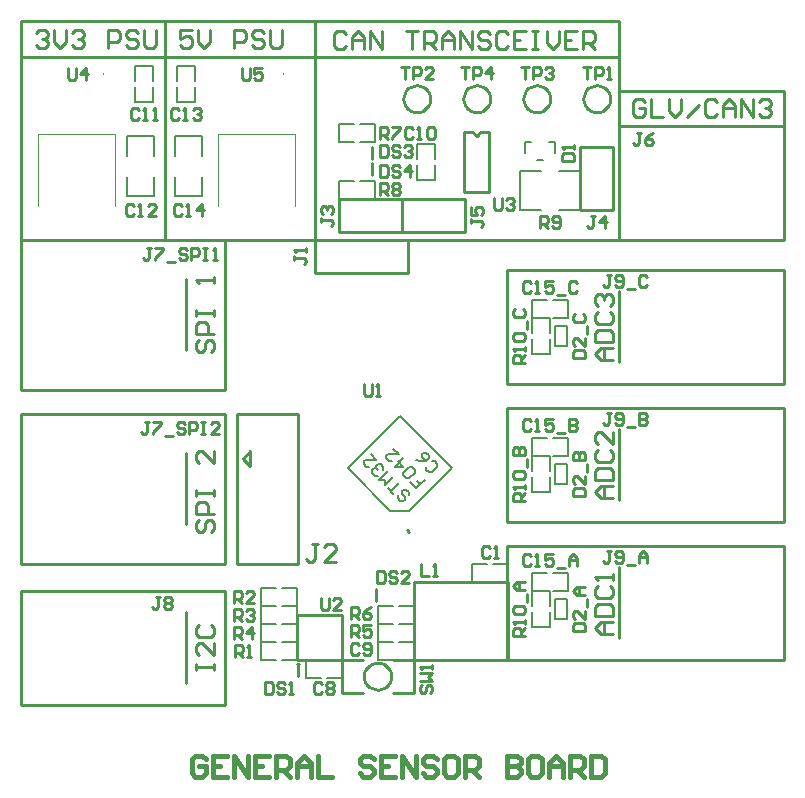
<source format=gto>
G04*
G04 #@! TF.GenerationSoftware,Altium Limited,Altium Designer,20.1.14 (287)*
G04*
G04 Layer_Color=65535*
%FSLAX25Y25*%
%MOIN*%
G70*
G04*
G04 #@! TF.SameCoordinates,9EA74FF0-E2A0-47AC-9F38-8029312ED962*
G04*
G04*
G04 #@! TF.FilePolarity,Positive*
G04*
G01*
G75*
%ADD10C,0.00394*%
%ADD11C,0.01000*%
%ADD12C,0.00800*%
%ADD13C,0.00787*%
%ADD14C,0.00500*%
%ADD15C,0.01500*%
D10*
X380090Y380153D02*
Y380421D01*
Y380153D01*
X440083D02*
Y380421D01*
Y380153D01*
X383799Y336264D02*
Y360279D01*
X358209D02*
X383799D01*
X358209Y336264D02*
Y360279D01*
X443791Y336264D02*
Y360279D01*
X418201D02*
X443791D01*
X418201Y336264D02*
Y360279D01*
D11*
X503252Y360993D02*
X503618Y360109D01*
X504502Y359743D01*
X505386Y360109D01*
X505752Y360993D01*
X489000Y372000D02*
X488887Y373001D01*
X488554Y373953D01*
X488018Y374806D01*
X487306Y375518D01*
X486452Y376054D01*
X485501Y376387D01*
X484500Y376500D01*
X483499Y376387D01*
X482548Y376054D01*
X481694Y375518D01*
X480982Y374806D01*
X480446Y373953D01*
X480113Y373001D01*
X480000Y372000D01*
X480113Y370999D01*
X480446Y370047D01*
X480982Y369194D01*
X481694Y368482D01*
X482548Y367946D01*
X483499Y367613D01*
X484500Y367500D01*
X485501Y367613D01*
X486452Y367946D01*
X487306Y368482D01*
X488018Y369194D01*
X488554Y370047D01*
X488887Y370999D01*
X489000Y372000D01*
X529000D02*
X528887Y373001D01*
X528554Y373953D01*
X528018Y374806D01*
X527306Y375518D01*
X526452Y376054D01*
X525501Y376387D01*
X524500Y376500D01*
X523499Y376387D01*
X522547Y376054D01*
X521694Y375518D01*
X520982Y374806D01*
X520446Y373953D01*
X520113Y373001D01*
X520000Y372000D01*
X520113Y370999D01*
X520446Y370047D01*
X520982Y369194D01*
X521694Y368482D01*
X522547Y367946D01*
X523499Y367613D01*
X524500Y367500D01*
X525501Y367613D01*
X526452Y367946D01*
X527306Y368482D01*
X528018Y369194D01*
X528554Y370047D01*
X528887Y370999D01*
X529000Y372000D01*
X549000D02*
X548887Y373001D01*
X548554Y373953D01*
X548018Y374806D01*
X547306Y375518D01*
X546453Y376054D01*
X545501Y376387D01*
X544500Y376500D01*
X543499Y376387D01*
X542548Y376054D01*
X541694Y375518D01*
X540982Y374806D01*
X540446Y373953D01*
X540113Y373001D01*
X540000Y372000D01*
X540113Y370999D01*
X540446Y370047D01*
X540982Y369194D01*
X541694Y368482D01*
X542548Y367946D01*
X543499Y367613D01*
X544500Y367500D01*
X545501Y367613D01*
X546453Y367946D01*
X547306Y368482D01*
X548018Y369194D01*
X548554Y370047D01*
X548887Y370999D01*
X549000Y372000D01*
X509000D02*
X508887Y373001D01*
X508554Y373953D01*
X508018Y374806D01*
X507306Y375518D01*
X506453Y376054D01*
X505501Y376387D01*
X504500Y376500D01*
X503499Y376387D01*
X502548Y376054D01*
X501694Y375518D01*
X500982Y374806D01*
X500446Y373953D01*
X500113Y373001D01*
X500000Y372000D01*
X500113Y370999D01*
X500446Y370047D01*
X500982Y369194D01*
X501694Y368482D01*
X502548Y367946D01*
X503499Y367613D01*
X504500Y367500D01*
X505501Y367613D01*
X506453Y367946D01*
X507306Y368482D01*
X508018Y369194D01*
X508554Y370047D01*
X508887Y370999D01*
X509000Y372000D01*
X476028Y179500D02*
X475914Y180508D01*
X475579Y181465D01*
X475040Y182323D01*
X474323Y183040D01*
X473464Y183579D01*
X472507Y183914D01*
X471500Y184028D01*
X470493Y183914D01*
X469535Y183579D01*
X468677Y183040D01*
X467960Y182323D01*
X467421Y181465D01*
X467086Y180508D01*
X466972Y179500D01*
X467086Y178492D01*
X467421Y177535D01*
X467960Y176677D01*
X468677Y175960D01*
X469535Y175421D01*
X470493Y175086D01*
X471500Y174972D01*
X472507Y175086D01*
X473464Y175421D01*
X474323Y175960D01*
X475040Y176677D01*
X475579Y177535D01*
X475914Y178492D01*
X476028Y179500D01*
X352500Y275000D02*
X391500D01*
X352500Y325000D02*
X391500D01*
X407500Y288189D02*
Y311811D01*
X352500Y275000D02*
Y325000D01*
X424500Y267000D02*
X445000D01*
X424500Y217000D02*
Y267000D01*
Y217000D02*
X445000D01*
Y267000D01*
X426500Y252000D02*
X429000Y249500D01*
X426500Y252000D02*
X429000Y254500D01*
Y249500D02*
Y254500D01*
X444500Y185000D02*
X459500D01*
Y200000D01*
X444500D02*
X459500D01*
X444500Y185000D02*
Y200000D01*
X420500Y275000D02*
Y325000D01*
X445000Y179500D02*
Y183500D01*
X391500Y325000D02*
X420500D01*
X391500Y275000D02*
X420500Y275000D01*
X391500Y267000D02*
X420500D01*
X391500Y217000D02*
X420500Y217000D01*
X391500Y208000D02*
X420500D01*
X391500Y170000D02*
X420500Y170000D01*
Y217000D02*
Y267000D01*
X352500Y217000D02*
Y267000D01*
X407500Y230189D02*
X407500Y253811D01*
X352500Y267000D02*
X391500D01*
X352500Y217000D02*
X391500Y217000D01*
X420500Y170000D02*
Y208000D01*
X352500D02*
X391500D01*
X352500Y170000D02*
X391500D01*
X407500Y177189D02*
Y200811D01*
X352500Y170000D02*
Y208000D01*
X481327Y228209D02*
X482035Y227502D01*
X568000Y325000D02*
X607000D01*
X568000Y363000D02*
X607000D01*
X552000Y332189D02*
X552000Y355811D01*
X607000Y325000D02*
Y363000D01*
Y374500D01*
X514681Y223000D02*
X517776D01*
X514681Y269000D02*
X517776D01*
X514681Y265905D02*
Y269000D01*
Y315000D02*
X517776D01*
X514681Y311906D02*
Y315000D01*
Y219905D02*
Y223000D01*
Y184906D02*
Y219905D01*
Y230906D02*
Y265905D01*
Y276905D02*
Y311906D01*
Y184906D02*
X568000Y185000D01*
X517776Y223000D02*
X568000D01*
X514681Y230906D02*
X568000Y231000D01*
X517776Y269000D02*
X568000D01*
X514681Y276905D02*
X568000Y277000D01*
X517776Y315000D02*
X568000D01*
Y277000D02*
X607000D01*
X568000Y315000D02*
X607000D01*
X552000Y307811D02*
X552000Y284189D01*
X607000Y277000D02*
Y315000D01*
X568000Y231000D02*
X607000D01*
X568000Y269000D02*
X607000D01*
X552000Y238189D02*
Y261811D01*
X607000Y231000D02*
Y269000D01*
X568000Y185000D02*
X607000D01*
X568000Y223000D02*
X607000D01*
X552000Y192189D02*
Y215811D01*
X607000Y185000D02*
Y223000D01*
X552000Y374500D02*
X607000D01*
X552000Y325000D02*
X568000D01*
X552000Y325000D02*
X552000Y325000D01*
X552000Y325000D02*
Y363000D01*
X552000Y363000D02*
Y374500D01*
Y363000D02*
X552000Y363000D01*
X568000D01*
X450500Y325000D02*
X481500D01*
X450500Y314000D02*
Y325000D01*
Y314000D02*
X481500D01*
Y325000D01*
X483500Y185000D02*
Y211000D01*
X515000D01*
Y185000D02*
Y211000D01*
X483500Y185000D02*
X515000D01*
X450000Y386000D02*
X552000D01*
X500423Y340993D02*
Y360993D01*
Y340993D02*
X508580D01*
Y360993D01*
X505752D02*
X508580D01*
X500423D02*
X503252D01*
X458500Y327500D02*
X479500D01*
Y338500D01*
X458500D02*
X479500D01*
X458500Y327500D02*
Y338500D01*
X479500D02*
X500500D01*
X479500Y327500D02*
Y338500D01*
Y327500D02*
X500500D01*
Y338500D01*
X450500Y325000D02*
Y398000D01*
X550000Y335000D02*
Y356000D01*
X539000D02*
X550000D01*
X539000Y335000D02*
Y356000D01*
Y335000D02*
X550000D01*
X552000Y325000D02*
Y398000D01*
X469500Y352000D02*
Y356000D01*
Y346500D02*
Y350500D01*
X450500Y325000D02*
X552000D01*
X450500Y398000D02*
X552000D01*
X459500Y174000D02*
X466500D01*
X459500D02*
Y185000D01*
X466500D01*
X476500Y174000D02*
X483500D01*
X476500Y185000D02*
X483500D01*
Y174000D02*
Y185000D01*
X471000Y204500D02*
Y208500D01*
X352500Y398000D02*
X400500D01*
X352500Y386000D02*
X400500D01*
X352500Y325000D02*
X400500D01*
Y398000D02*
X450500D01*
X401500Y386000D02*
X450500D01*
X402500Y325000D02*
X450500D01*
Y376000D01*
X400500Y325000D02*
Y386000D01*
Y374000D02*
Y386000D01*
Y325000D02*
Y344000D01*
X352500Y325000D02*
Y386000D01*
X450500Y376000D02*
Y398000D01*
X400500Y386000D02*
Y398000D01*
Y386000D02*
Y398000D01*
Y358000D02*
Y374000D01*
Y344000D02*
Y358000D01*
X352500Y386000D02*
Y398000D01*
X400500Y386000D02*
X401500D01*
X400500Y325000D02*
X402500D01*
X460999Y393498D02*
X459999Y394498D01*
X458000D01*
X457000Y393498D01*
Y389500D01*
X458000Y388500D01*
X459999D01*
X460999Y389500D01*
X462998Y388500D02*
Y392499D01*
X464997Y394498D01*
X466997Y392499D01*
Y388500D01*
Y391499D01*
X462998D01*
X468996Y388500D02*
Y394498D01*
X472995Y388500D01*
Y394498D01*
X480992D02*
X484991D01*
X482992D01*
Y388500D01*
X486990D02*
Y394498D01*
X489989D01*
X490989Y393498D01*
Y391499D01*
X489989Y390499D01*
X486990D01*
X488990D02*
X490989Y388500D01*
X492988D02*
Y392499D01*
X494988Y394498D01*
X496987Y392499D01*
Y388500D01*
Y391499D01*
X492988D01*
X498986Y388500D02*
Y394498D01*
X502985Y388500D01*
Y394498D01*
X508983Y393498D02*
X507983Y394498D01*
X505984D01*
X504985Y393498D01*
Y392499D01*
X505984Y391499D01*
X507983D01*
X508983Y390499D01*
Y389500D01*
X507983Y388500D01*
X505984D01*
X504985Y389500D01*
X514981Y393498D02*
X513982Y394498D01*
X511982D01*
X510983Y393498D01*
Y389500D01*
X511982Y388500D01*
X513982D01*
X514981Y389500D01*
X520979Y394498D02*
X516981D01*
Y388500D01*
X520979D01*
X516981Y391499D02*
X518980D01*
X522979Y394498D02*
X524978D01*
X523978D01*
Y388500D01*
X522979D01*
X524978D01*
X527977Y394498D02*
Y390499D01*
X529976Y388500D01*
X531976Y390499D01*
Y394498D01*
X537974D02*
X533975D01*
Y388500D01*
X537974D01*
X533975Y391499D02*
X535974D01*
X539973Y388500D02*
Y394498D01*
X542972D01*
X543972Y393498D01*
Y391499D01*
X542972Y390499D01*
X539973D01*
X541972D02*
X543972Y388500D01*
X395836Y322333D02*
X394503D01*
X395170D01*
Y319000D01*
X394503Y318334D01*
X393837D01*
X393171Y319000D01*
X397169Y322333D02*
X399835D01*
Y321666D01*
X397169Y319000D01*
Y318334D01*
X401168Y317667D02*
X403834D01*
X407833Y321666D02*
X407166Y322333D01*
X405833D01*
X405167Y321666D01*
Y321000D01*
X405833Y320333D01*
X407166D01*
X407833Y319667D01*
Y319000D01*
X407166Y318334D01*
X405833D01*
X405167Y319000D01*
X409165Y318334D02*
Y322333D01*
X411165D01*
X411831Y321666D01*
Y320333D01*
X411165Y319667D01*
X409165D01*
X413164Y322333D02*
X414497D01*
X413831D01*
Y318334D01*
X413164D01*
X414497D01*
X416497D02*
X417829D01*
X417163D01*
Y322333D01*
X416497Y321666D01*
X423668Y192001D02*
Y195999D01*
X425667D01*
X426334Y195333D01*
Y194000D01*
X425667Y193333D01*
X423668D01*
X425001D02*
X426334Y192001D01*
X429666D02*
Y195999D01*
X427667Y194000D01*
X430332D01*
X451500Y223499D02*
X449501D01*
X450501D01*
Y218501D01*
X449501Y217501D01*
X448501D01*
X447502Y218501D01*
X457498Y217501D02*
X453500D01*
X457498Y221500D01*
Y222499D01*
X456499Y223499D01*
X454499D01*
X453500Y222499D01*
X452668Y205499D02*
Y202167D01*
X453334Y201501D01*
X454667D01*
X455334Y202167D01*
Y205499D01*
X459332Y201501D02*
X456667D01*
X459332Y204167D01*
Y204833D01*
X458666Y205499D01*
X457333D01*
X456667Y204833D01*
X452834Y176833D02*
X452167Y177499D01*
X450834D01*
X450168Y176833D01*
Y174167D01*
X450834Y173501D01*
X452167D01*
X452834Y174167D01*
X454167Y176833D02*
X454833Y177499D01*
X456166D01*
X456832Y176833D01*
Y176166D01*
X456166Y175500D01*
X456832Y174834D01*
Y174167D01*
X456166Y173501D01*
X454833D01*
X454167Y174167D01*
Y174834D01*
X454833Y175500D01*
X454167Y176166D01*
Y176833D01*
X454833Y175500D02*
X456166D01*
X433835Y177499D02*
Y173501D01*
X435834D01*
X436501Y174167D01*
Y176833D01*
X435834Y177499D01*
X433835D01*
X440499Y176833D02*
X439833Y177499D01*
X438500D01*
X437834Y176833D01*
Y176166D01*
X438500Y175500D01*
X439833D01*
X440499Y174834D01*
Y174167D01*
X439833Y173501D01*
X438500D01*
X437834Y174167D01*
X441832Y173501D02*
X443165D01*
X442499D01*
Y177499D01*
X441832Y176833D01*
X423834Y186001D02*
Y189999D01*
X425834D01*
X426500Y189333D01*
Y188000D01*
X425834Y187334D01*
X423834D01*
X425167D02*
X426500Y186001D01*
X427833D02*
X429166D01*
X428499D01*
Y189999D01*
X427833Y189333D01*
X423668Y204001D02*
Y207999D01*
X425667D01*
X426334Y207333D01*
Y206000D01*
X425667Y205334D01*
X423668D01*
X425001D02*
X426334Y204001D01*
X430332D02*
X427667D01*
X430332Y206666D01*
Y207333D01*
X429666Y207999D01*
X428333D01*
X427667Y207333D01*
X423668Y198001D02*
Y201999D01*
X425667D01*
X426334Y201333D01*
Y200000D01*
X425667Y199334D01*
X423668D01*
X425001D02*
X426334Y198001D01*
X427667Y201333D02*
X428333Y201999D01*
X429666D01*
X430332Y201333D01*
Y200666D01*
X429666Y200000D01*
X428999D01*
X429666D01*
X430332Y199334D01*
Y198667D01*
X429666Y198001D01*
X428333D01*
X427667Y198667D01*
X412002Y231499D02*
X411002Y230499D01*
Y228500D01*
X412002Y227500D01*
X413001D01*
X414001Y228500D01*
Y230499D01*
X415001Y231499D01*
X416000D01*
X417000Y230499D01*
Y228500D01*
X416000Y227500D01*
X417000Y233498D02*
X411002D01*
Y236497D01*
X412002Y237497D01*
X414001D01*
X415001Y236497D01*
Y233498D01*
X411002Y239496D02*
Y241495D01*
Y240496D01*
X417000D01*
Y239496D01*
Y241495D01*
Y254491D02*
Y250493D01*
X413001Y254491D01*
X412002D01*
X411002Y253492D01*
Y251492D01*
X412002Y250493D01*
X411002Y181500D02*
Y183499D01*
Y182500D01*
X417000D01*
Y181500D01*
Y183499D01*
Y190497D02*
Y186498D01*
X413001Y190497D01*
X412002D01*
X411002Y189497D01*
Y187498D01*
X412002Y186498D01*
Y196495D02*
X411002Y195495D01*
Y193496D01*
X412002Y192496D01*
X416000D01*
X417000Y193496D01*
Y195495D01*
X416000Y196495D01*
X412002Y291499D02*
X411002Y290499D01*
Y288500D01*
X412002Y287500D01*
X413001D01*
X414001Y288500D01*
Y290499D01*
X415001Y291499D01*
X416000D01*
X417000Y290499D01*
Y288500D01*
X416000Y287500D01*
X417000Y293498D02*
X411002D01*
Y296497D01*
X412002Y297497D01*
X414001D01*
X415001Y296497D01*
Y293498D01*
X411002Y299496D02*
Y301496D01*
Y300496D01*
X417000D01*
Y299496D01*
Y301496D01*
Y310493D02*
Y312492D01*
Y311492D01*
X411002D01*
X412002Y310493D01*
X395170Y264333D02*
X393837D01*
X394503D01*
Y261000D01*
X393837Y260334D01*
X393171D01*
X392504Y261000D01*
X396503Y264333D02*
X399169D01*
Y263666D01*
X396503Y261000D01*
Y260334D01*
X400502Y259667D02*
X403167D01*
X407166Y263666D02*
X406500Y264333D01*
X405167D01*
X404500Y263666D01*
Y263000D01*
X405167Y262333D01*
X406500D01*
X407166Y261667D01*
Y261000D01*
X406500Y260334D01*
X405167D01*
X404500Y261000D01*
X408499Y260334D02*
Y264333D01*
X410498D01*
X411165Y263666D01*
Y262333D01*
X410498Y261667D01*
X408499D01*
X412498Y264333D02*
X413831D01*
X413164D01*
Y260334D01*
X412498D01*
X413831D01*
X418496D02*
X415830D01*
X418496Y263000D01*
Y263666D01*
X417829Y264333D01*
X416497D01*
X415830Y263666D01*
X398834Y205999D02*
X397501D01*
X398167D01*
Y202667D01*
X397501Y202001D01*
X396834D01*
X396168Y202667D01*
X400167Y205333D02*
X400833Y205999D01*
X402166D01*
X402832Y205333D01*
Y204666D01*
X402166Y204000D01*
X402832Y203334D01*
Y202667D01*
X402166Y202001D01*
X400833D01*
X400167Y202667D01*
Y203334D01*
X400833Y204000D01*
X400167Y204666D01*
Y205333D01*
X400833Y204000D02*
X402166D01*
X522669Y219666D02*
X522002Y220333D01*
X520669D01*
X520003Y219666D01*
Y217000D01*
X520669Y216334D01*
X522002D01*
X522669Y217000D01*
X524002Y216334D02*
X525335D01*
X524668D01*
Y220333D01*
X524002Y219666D01*
X530000Y220333D02*
X527334D01*
Y218333D01*
X528667Y219000D01*
X529333D01*
X530000Y218333D01*
Y217000D01*
X529333Y216334D01*
X528000D01*
X527334Y217000D01*
X531333Y215667D02*
X533998D01*
X535331Y216334D02*
Y219000D01*
X536664Y220333D01*
X537997Y219000D01*
Y216334D01*
Y218333D01*
X535331D01*
X522669Y264666D02*
X522002Y265333D01*
X520669D01*
X520003Y264666D01*
Y262000D01*
X520669Y261334D01*
X522002D01*
X522669Y262000D01*
X524002Y261334D02*
X525335D01*
X524668D01*
Y265333D01*
X524002Y264666D01*
X530000Y265333D02*
X527334D01*
Y263333D01*
X528667Y264000D01*
X529333D01*
X530000Y263333D01*
Y262000D01*
X529333Y261334D01*
X528000D01*
X527334Y262000D01*
X531333Y260667D02*
X533998D01*
X535331Y265333D02*
Y261334D01*
X537331D01*
X537997Y262000D01*
Y262667D01*
X537331Y263333D01*
X535331D01*
X537331D01*
X537997Y264000D01*
Y264666D01*
X537331Y265333D01*
X535331D01*
X522669Y310666D02*
X522002Y311333D01*
X520669D01*
X520003Y310666D01*
Y308000D01*
X520669Y307334D01*
X522002D01*
X522669Y308000D01*
X524002Y307334D02*
X525335D01*
X524668D01*
Y311333D01*
X524002Y310666D01*
X530000Y311333D02*
X527334D01*
Y309333D01*
X528667Y310000D01*
X529333D01*
X530000Y309333D01*
Y308000D01*
X529333Y307334D01*
X528000D01*
X527334Y308000D01*
X531333Y306667D02*
X533998D01*
X537997Y310666D02*
X537331Y311333D01*
X535998D01*
X535331Y310666D01*
Y308000D01*
X535998Y307334D01*
X537331D01*
X537997Y308000D01*
X466834Y276999D02*
Y273667D01*
X467501Y273001D01*
X468834D01*
X469500Y273667D01*
Y276999D01*
X470833Y273001D02*
X472166D01*
X471499D01*
Y276999D01*
X470833Y276333D01*
X559334Y360499D02*
X558001D01*
X558667D01*
Y357167D01*
X558001Y356501D01*
X557334D01*
X556668Y357167D01*
X563332Y360499D02*
X561999Y359833D01*
X560667Y358500D01*
Y357167D01*
X561333Y356501D01*
X562666D01*
X563332Y357167D01*
Y357834D01*
X562666Y358500D01*
X560667D01*
X560499Y370998D02*
X559499Y371998D01*
X557500D01*
X556500Y370998D01*
Y367000D01*
X557500Y366000D01*
X559499D01*
X560499Y367000D01*
Y368999D01*
X558499D01*
X562498Y371998D02*
Y366000D01*
X566497D01*
X568496Y371998D02*
Y367999D01*
X570496Y366000D01*
X572495Y367999D01*
Y371998D01*
X574494Y366000D02*
X578493Y369999D01*
X584491Y370998D02*
X583491Y371998D01*
X581492D01*
X580492Y370998D01*
Y367000D01*
X581492Y366000D01*
X583491D01*
X584491Y367000D01*
X586490Y366000D02*
Y369999D01*
X588490Y371998D01*
X590489Y369999D01*
Y366000D01*
Y368999D01*
X586490D01*
X592488Y366000D02*
Y371998D01*
X596487Y366000D01*
Y371998D01*
X598486Y370998D02*
X599486Y371998D01*
X601485D01*
X602485Y370998D01*
Y369999D01*
X601485Y368999D01*
X600486D01*
X601485D01*
X602485Y367999D01*
Y367000D01*
X601485Y366000D01*
X599486D01*
X598486Y367000D01*
X520666Y238003D02*
X516667D01*
Y240002D01*
X517334Y240669D01*
X518667D01*
X519333Y240002D01*
Y238003D01*
Y239336D02*
X520666Y240669D01*
Y242002D02*
Y243335D01*
Y242668D01*
X516667D01*
X517334Y242002D01*
Y245334D02*
X516667Y246000D01*
Y247333D01*
X517334Y248000D01*
X520000D01*
X520666Y247333D01*
Y246000D01*
X520000Y245334D01*
X517334D01*
X521333Y249333D02*
Y251998D01*
X516667Y253331D02*
X520666D01*
Y255331D01*
X520000Y255997D01*
X519333D01*
X518667Y255331D01*
Y253331D01*
Y255331D01*
X518000Y255997D01*
X517334D01*
X516667Y255331D01*
Y253331D01*
X520666Y284003D02*
X516667D01*
Y286002D01*
X517334Y286669D01*
X518667D01*
X519333Y286002D01*
Y284003D01*
Y285336D02*
X520666Y286669D01*
Y288002D02*
Y289335D01*
Y288668D01*
X516667D01*
X517334Y288002D01*
Y291334D02*
X516667Y292000D01*
Y293333D01*
X517334Y294000D01*
X520000D01*
X520666Y293333D01*
Y292000D01*
X520000Y291334D01*
X517334D01*
X521333Y295333D02*
Y297998D01*
X517334Y301997D02*
X516667Y301331D01*
Y299998D01*
X517334Y299331D01*
X520000D01*
X520666Y299998D01*
Y301331D01*
X520000Y301997D01*
X536667Y194669D02*
X540666D01*
Y196668D01*
X540000Y197335D01*
X537334D01*
X536667Y196668D01*
Y194669D01*
X540666Y201333D02*
Y198668D01*
X538000Y201333D01*
X537334D01*
X536667Y200667D01*
Y199334D01*
X537334Y198668D01*
X541333Y202666D02*
Y205332D01*
X540666Y206665D02*
X538000D01*
X536667Y207998D01*
X538000Y209331D01*
X540666D01*
X538667D01*
Y206665D01*
X536667Y239669D02*
X540666D01*
Y241668D01*
X540000Y242335D01*
X537334D01*
X536667Y241668D01*
Y239669D01*
X540666Y246334D02*
Y243668D01*
X538000Y246334D01*
X537334D01*
X536667Y245667D01*
Y244334D01*
X537334Y243668D01*
X541333Y247666D02*
Y250332D01*
X536667Y251665D02*
X540666D01*
Y253664D01*
X540000Y254331D01*
X539333D01*
X538667Y253664D01*
Y251665D01*
Y253664D01*
X538000Y254331D01*
X537334D01*
X536667Y253664D01*
Y251665D01*
X536667Y285669D02*
X540666D01*
Y287668D01*
X540000Y288335D01*
X537334D01*
X536667Y287668D01*
Y285669D01*
X540666Y292334D02*
Y289668D01*
X538000Y292334D01*
X537334D01*
X536667Y291667D01*
Y290334D01*
X537334Y289668D01*
X541333Y293667D02*
Y296332D01*
X537334Y300331D02*
X536667Y299664D01*
Y298332D01*
X537334Y297665D01*
X540000D01*
X540666Y298332D01*
Y299664D01*
X540000Y300331D01*
X520666Y193003D02*
X516667D01*
Y195002D01*
X517334Y195669D01*
X518667D01*
X519333Y195002D01*
Y193003D01*
Y194336D02*
X520666Y195669D01*
Y197002D02*
Y198335D01*
Y197668D01*
X516667D01*
X517334Y197002D01*
Y200334D02*
X516667Y201000D01*
Y202333D01*
X517334Y203000D01*
X520000D01*
X520666Y202333D01*
Y201000D01*
X520000Y200334D01*
X517334D01*
X521333Y204333D02*
Y206998D01*
X520666Y208331D02*
X518000D01*
X516667Y209664D01*
X518000Y210997D01*
X520666D01*
X518667D01*
Y208331D01*
X550000Y239000D02*
X546001D01*
X544002Y240999D01*
X546001Y242999D01*
X550000D01*
X547001D01*
Y239000D01*
X544002Y244998D02*
X550000D01*
Y247997D01*
X549000Y248997D01*
X545002D01*
X544002Y247997D01*
Y244998D01*
X545002Y254995D02*
X544002Y253995D01*
Y251996D01*
X545002Y250996D01*
X549000D01*
X550000Y251996D01*
Y253995D01*
X549000Y254995D01*
X550000Y260993D02*
Y256994D01*
X546001Y260993D01*
X545002D01*
X544002Y259993D01*
Y257994D01*
X545002Y256994D01*
X550000Y193500D02*
X546001D01*
X544002Y195499D01*
X546001Y197499D01*
X550000D01*
X547001D01*
Y193500D01*
X544002Y199498D02*
X550000D01*
Y202497D01*
X549000Y203497D01*
X545002D01*
X544002Y202497D01*
Y199498D01*
X545002Y209495D02*
X544002Y208495D01*
Y206496D01*
X545002Y205496D01*
X549000D01*
X550000Y206496D01*
Y208495D01*
X549000Y209495D01*
X550000Y211494D02*
Y213493D01*
Y212494D01*
X544002D01*
X545002Y211494D01*
X550000Y285000D02*
X546001D01*
X544002Y286999D01*
X546001Y288999D01*
X550000D01*
X547001D01*
Y285000D01*
X544002Y290998D02*
X550000D01*
Y293997D01*
X549000Y294997D01*
X545002D01*
X544002Y293997D01*
Y290998D01*
X545002Y300995D02*
X544002Y299995D01*
Y297996D01*
X545002Y296996D01*
X549000D01*
X550000Y297996D01*
Y299995D01*
X549000Y300995D01*
X545002Y302994D02*
X544002Y303994D01*
Y305993D01*
X545002Y306993D01*
X546001D01*
X547001Y305993D01*
Y304994D01*
Y305993D01*
X548001Y306993D01*
X549000D01*
X550000Y305993D01*
Y303994D01*
X549000Y302994D01*
X549335Y313333D02*
X548002D01*
X548668D01*
Y310000D01*
X548002Y309334D01*
X547335D01*
X546669Y310000D01*
X550668D02*
X551334Y309334D01*
X552667D01*
X553334Y310000D01*
Y312666D01*
X552667Y313333D01*
X551334D01*
X550668Y312666D01*
Y312000D01*
X551334Y311333D01*
X553334D01*
X554667Y308667D02*
X557332D01*
X561331Y312666D02*
X560665Y313333D01*
X559332D01*
X558665Y312666D01*
Y310000D01*
X559332Y309334D01*
X560665D01*
X561331Y310000D01*
X549335Y267333D02*
X548002D01*
X548668D01*
Y264000D01*
X548002Y263334D01*
X547335D01*
X546669Y264000D01*
X550668D02*
X551334Y263334D01*
X552667D01*
X553334Y264000D01*
Y266666D01*
X552667Y267333D01*
X551334D01*
X550668Y266666D01*
Y266000D01*
X551334Y265333D01*
X553334D01*
X554667Y262667D02*
X557332D01*
X558665Y267333D02*
Y263334D01*
X560665D01*
X561331Y264000D01*
Y264667D01*
X560665Y265333D01*
X558665D01*
X560665D01*
X561331Y266000D01*
Y266666D01*
X560665Y267333D01*
X558665D01*
X549335Y221333D02*
X548002D01*
X548668D01*
Y218000D01*
X548002Y217334D01*
X547335D01*
X546669Y218000D01*
X550668D02*
X551334Y217334D01*
X552667D01*
X553334Y218000D01*
Y220666D01*
X552667Y221333D01*
X551334D01*
X550668Y220666D01*
Y220000D01*
X551334Y219333D01*
X553334D01*
X554667Y216667D02*
X557332D01*
X558665Y217334D02*
Y220000D01*
X559998Y221333D01*
X561331Y220000D01*
Y217334D01*
Y219333D01*
X558665D01*
X368172Y382232D02*
Y378899D01*
X368838Y378233D01*
X370171D01*
X370837Y378899D01*
Y382232D01*
X374170Y378233D02*
Y382232D01*
X372170Y380232D01*
X374836D01*
X426164Y382232D02*
Y378899D01*
X426830Y378233D01*
X428163D01*
X428830Y378899D01*
Y382232D01*
X432828D02*
X430162D01*
Y380232D01*
X431495Y380899D01*
X432162D01*
X432828Y380232D01*
Y378899D01*
X432162Y378233D01*
X430829D01*
X430162Y378899D01*
X406167Y336225D02*
X405501Y336891D01*
X404168D01*
X403502Y336225D01*
Y333559D01*
X404168Y332892D01*
X405501D01*
X406167Y333559D01*
X407500Y332892D02*
X408833D01*
X408167D01*
Y336891D01*
X407500Y336225D01*
X412832Y332892D02*
Y336891D01*
X410833Y334892D01*
X413498D01*
X443501Y319500D02*
Y318167D01*
Y318834D01*
X446833D01*
X447499Y318167D01*
Y317501D01*
X446833Y316834D01*
X447499Y320833D02*
Y322166D01*
Y321499D01*
X443501D01*
X444167Y320833D01*
X485834Y216999D02*
Y213001D01*
X488500D01*
X489833D02*
X491166D01*
X490499D01*
Y216999D01*
X489833Y216333D01*
X519168Y382499D02*
X521834D01*
X520501D01*
Y378501D01*
X523167D02*
Y382499D01*
X525166D01*
X525833Y381833D01*
Y380500D01*
X525166Y379834D01*
X523167D01*
X527166Y381833D02*
X527832Y382499D01*
X529165D01*
X529832Y381833D01*
Y381166D01*
X529165Y380500D01*
X528499D01*
X529165D01*
X529832Y379834D01*
Y379167D01*
X529165Y378501D01*
X527832D01*
X527166Y379167D01*
X483167Y361833D02*
X482501Y362499D01*
X481168D01*
X480502Y361833D01*
Y359167D01*
X481168Y358501D01*
X482501D01*
X483167Y359167D01*
X484500Y358501D02*
X485833D01*
X485167D01*
Y362499D01*
X484500Y361833D01*
X487833D02*
X488499Y362499D01*
X489832D01*
X490498Y361833D01*
Y359167D01*
X489832Y358501D01*
X488499D01*
X487833Y359167D01*
Y361833D01*
X510168Y338876D02*
Y335543D01*
X510834Y334877D01*
X512167D01*
X512834Y335543D01*
Y338876D01*
X514166Y338209D02*
X514833Y338876D01*
X516166D01*
X516832Y338209D01*
Y337543D01*
X516166Y336876D01*
X515499D01*
X516166D01*
X516832Y336210D01*
Y335543D01*
X516166Y334877D01*
X514833D01*
X514166Y335543D01*
X533001Y351334D02*
X536999D01*
Y353334D01*
X536333Y354000D01*
X533667D01*
X533001Y353334D01*
Y351334D01*
X536999Y355333D02*
Y356666D01*
Y355999D01*
X533001D01*
X533667Y355333D01*
X472168Y340001D02*
Y343999D01*
X474167D01*
X474834Y343333D01*
Y342000D01*
X474167Y341334D01*
X472168D01*
X473501D02*
X474834Y340001D01*
X476166Y343333D02*
X476833Y343999D01*
X478166D01*
X478832Y343333D01*
Y342666D01*
X478166Y342000D01*
X478832Y341334D01*
Y340667D01*
X478166Y340001D01*
X476833D01*
X476166Y340667D01*
Y341334D01*
X476833Y342000D01*
X476166Y342666D01*
Y343333D01*
X476833Y342000D02*
X478166D01*
X452501Y332334D02*
Y331001D01*
Y331667D01*
X455833D01*
X456499Y331001D01*
Y330334D01*
X455833Y329668D01*
X453167Y333666D02*
X452501Y334333D01*
Y335666D01*
X453167Y336332D01*
X453834D01*
X454500Y335666D01*
Y334999D01*
Y335666D01*
X455166Y336332D01*
X455833D01*
X456499Y335666D01*
Y334333D01*
X455833Y333666D01*
X472168Y358501D02*
Y362499D01*
X474167D01*
X474834Y361833D01*
Y360500D01*
X474167Y359834D01*
X472168D01*
X473501D02*
X474834Y358501D01*
X476166Y362499D02*
X478832D01*
Y361833D01*
X476166Y359167D01*
Y358501D01*
X502501Y331834D02*
Y330501D01*
Y331167D01*
X505833D01*
X506499Y330501D01*
Y329834D01*
X505833Y329168D01*
X502501Y335832D02*
Y333167D01*
X504500D01*
X503834Y334499D01*
Y335166D01*
X504500Y335832D01*
X505833D01*
X506499Y335166D01*
Y333833D01*
X505833Y333167D01*
X525668Y329001D02*
Y332999D01*
X527667D01*
X528334Y332333D01*
Y331000D01*
X527667Y330334D01*
X525668D01*
X527001D02*
X528334Y329001D01*
X529667Y329667D02*
X530333Y329001D01*
X531666D01*
X532332Y329667D01*
Y332333D01*
X531666Y332999D01*
X530333D01*
X529667Y332333D01*
Y331666D01*
X530333Y331000D01*
X532332D01*
X543834Y332999D02*
X542501D01*
X543167D01*
Y329667D01*
X542501Y329001D01*
X541834D01*
X541168Y329667D01*
X547166Y329001D02*
Y332999D01*
X545166Y331000D01*
X547832D01*
X472168Y356499D02*
Y352501D01*
X474168D01*
X474834Y353167D01*
Y355833D01*
X474168Y356499D01*
X472168D01*
X478833Y355833D02*
X478166Y356499D01*
X476834D01*
X476167Y355833D01*
Y355166D01*
X476834Y354500D01*
X478166D01*
X478833Y353834D01*
Y353167D01*
X478166Y352501D01*
X476834D01*
X476167Y353167D01*
X480166Y355833D02*
X480832Y356499D01*
X482165D01*
X482832Y355833D01*
Y355166D01*
X482165Y354500D01*
X481499D01*
X482165D01*
X482832Y353834D01*
Y353167D01*
X482165Y352501D01*
X480832D01*
X480166Y353167D01*
X472168Y349999D02*
Y346001D01*
X474168D01*
X474834Y346667D01*
Y349333D01*
X474168Y349999D01*
X472168D01*
X478833Y349333D02*
X478166Y349999D01*
X476834D01*
X476167Y349333D01*
Y348666D01*
X476834Y348000D01*
X478166D01*
X478833Y347334D01*
Y346667D01*
X478166Y346001D01*
X476834D01*
X476167Y346667D01*
X482165Y346001D02*
Y349999D01*
X480166Y348000D01*
X482832D01*
X479168Y382499D02*
X481834D01*
X480501D01*
Y378501D01*
X483167D02*
Y382499D01*
X485166D01*
X485833Y381833D01*
Y380500D01*
X485166Y379834D01*
X483167D01*
X489832Y378501D02*
X487166D01*
X489832Y381166D01*
Y381833D01*
X489165Y382499D01*
X487832D01*
X487166Y381833D01*
X539835Y382499D02*
X542501D01*
X541168D01*
Y378501D01*
X543834D02*
Y382499D01*
X545833D01*
X546499Y381833D01*
Y380500D01*
X545833Y379834D01*
X543834D01*
X547832Y378501D02*
X549165D01*
X548499D01*
Y382499D01*
X547832Y381833D01*
X499168Y382499D02*
X501834D01*
X500501D01*
Y378501D01*
X503167D02*
Y382499D01*
X505166D01*
X505833Y381833D01*
Y380500D01*
X505166Y379834D01*
X503167D01*
X509165Y378501D02*
Y382499D01*
X507166Y380500D01*
X509832D01*
X357500Y393998D02*
X358500Y394998D01*
X360499D01*
X361499Y393998D01*
Y392999D01*
X360499Y391999D01*
X359499D01*
X360499D01*
X361499Y390999D01*
Y390000D01*
X360499Y389000D01*
X358500D01*
X357500Y390000D01*
X363498Y394998D02*
Y390999D01*
X365497Y389000D01*
X367497Y390999D01*
Y394998D01*
X369496Y393998D02*
X370496Y394998D01*
X372495D01*
X373495Y393998D01*
Y392999D01*
X372495Y391999D01*
X371496D01*
X372495D01*
X373495Y390999D01*
Y390000D01*
X372495Y389000D01*
X370496D01*
X369496Y390000D01*
X381492Y389000D02*
Y394998D01*
X384491D01*
X385491Y393998D01*
Y391999D01*
X384491Y390999D01*
X381492D01*
X391489Y393998D02*
X390489Y394998D01*
X388490D01*
X387490Y393998D01*
Y392999D01*
X388490Y391999D01*
X390489D01*
X391489Y390999D01*
Y390000D01*
X390489Y389000D01*
X388490D01*
X387490Y390000D01*
X393488Y394998D02*
Y390000D01*
X394488Y389000D01*
X396487D01*
X397487Y390000D01*
Y394998D01*
X409499D02*
X405500D01*
Y391999D01*
X407499Y392999D01*
X408499D01*
X409499Y391999D01*
Y390000D01*
X408499Y389000D01*
X406500D01*
X405500Y390000D01*
X411498Y394998D02*
Y390999D01*
X413497Y389000D01*
X415497Y390999D01*
Y394998D01*
X423494Y389000D02*
Y394998D01*
X426493D01*
X427493Y393998D01*
Y391999D01*
X426493Y390999D01*
X423494D01*
X433491Y393998D02*
X432491Y394998D01*
X430492D01*
X429492Y393998D01*
Y392999D01*
X430492Y391999D01*
X432491D01*
X433491Y390999D01*
Y390000D01*
X432491Y389000D01*
X430492D01*
X429492Y390000D01*
X435490Y394998D02*
Y390000D01*
X436490Y389000D01*
X438489D01*
X439489Y390000D01*
Y394998D01*
X486167Y176501D02*
X485501Y175834D01*
Y174501D01*
X486167Y173835D01*
X486833D01*
X487500Y174501D01*
Y175834D01*
X488166Y176501D01*
X488833D01*
X489499Y175834D01*
Y174501D01*
X488833Y173835D01*
X485501Y177834D02*
X489499D01*
X488166Y179166D01*
X489499Y180499D01*
X485501D01*
X489499Y181832D02*
Y183165D01*
Y182499D01*
X485501D01*
X486167Y181832D01*
X462668Y198501D02*
Y202499D01*
X464667D01*
X465334Y201833D01*
Y200500D01*
X464667Y199834D01*
X462668D01*
X464001D02*
X465334Y198501D01*
X469332Y202499D02*
X467999Y201833D01*
X466667Y200500D01*
Y199167D01*
X467333Y198501D01*
X468666D01*
X469332Y199167D01*
Y199834D01*
X468666Y200500D01*
X466667D01*
X462668Y192501D02*
Y196499D01*
X464667D01*
X465334Y195833D01*
Y194500D01*
X464667Y193833D01*
X462668D01*
X464001D02*
X465334Y192501D01*
X469332Y196499D02*
X466667D01*
Y194500D01*
X467999Y195167D01*
X468666D01*
X469332Y194500D01*
Y193167D01*
X468666Y192501D01*
X467333D01*
X466667Y193167D01*
X471168Y214499D02*
Y210501D01*
X473168D01*
X473834Y211167D01*
Y213833D01*
X473168Y214499D01*
X471168D01*
X477833Y213833D02*
X477166Y214499D01*
X475834D01*
X475167Y213833D01*
Y213166D01*
X475834Y212500D01*
X477166D01*
X477833Y211834D01*
Y211167D01*
X477166Y210501D01*
X475834D01*
X475167Y211167D01*
X481832Y210501D02*
X479166D01*
X481832Y213166D01*
Y213833D01*
X481165Y214499D01*
X479832D01*
X479166Y213833D01*
X405167Y368209D02*
X404501Y368876D01*
X403168D01*
X402502Y368209D01*
Y365544D01*
X403168Y364877D01*
X404501D01*
X405167Y365544D01*
X406500Y364877D02*
X407833D01*
X407167D01*
Y368876D01*
X406500Y368209D01*
X409833D02*
X410499Y368876D01*
X411832D01*
X412498Y368209D01*
Y367543D01*
X411832Y366876D01*
X411166D01*
X411832D01*
X412498Y366210D01*
Y365544D01*
X411832Y364877D01*
X410499D01*
X409833Y365544D01*
X390167Y336225D02*
X389501Y336891D01*
X388168D01*
X387502Y336225D01*
Y333559D01*
X388168Y332892D01*
X389501D01*
X390167Y333559D01*
X391500Y332892D02*
X392833D01*
X392167D01*
Y336891D01*
X391500Y336225D01*
X397498Y332892D02*
X394833D01*
X397498Y335558D01*
Y336225D01*
X396832Y336891D01*
X395499D01*
X394833Y336225D01*
X391834Y368209D02*
X391167Y368876D01*
X389834D01*
X389168Y368209D01*
Y365544D01*
X389834Y364877D01*
X391167D01*
X391834Y365544D01*
X393167Y364877D02*
X394500D01*
X393833D01*
Y368876D01*
X393167Y368209D01*
X396499Y364877D02*
X397832D01*
X397165D01*
Y368876D01*
X396499Y368209D01*
X465334Y189833D02*
X464667Y190499D01*
X463334D01*
X462668Y189833D01*
Y187167D01*
X463334Y186501D01*
X464667D01*
X465334Y187167D01*
X466667D02*
X467333Y186501D01*
X468666D01*
X469332Y187167D01*
Y189833D01*
X468666Y190499D01*
X467333D01*
X466667Y189833D01*
Y189166D01*
X467333Y188500D01*
X469332D01*
X509000Y222333D02*
X508334Y222999D01*
X507001D01*
X506334Y222333D01*
Y219667D01*
X507001Y219001D01*
X508334D01*
X509000Y219667D01*
X510333Y219001D02*
X511666D01*
X510999D01*
Y222999D01*
X510333Y222333D01*
D12*
X432500Y191000D02*
Y197000D01*
X444500Y191000D02*
Y197000D01*
X432500D02*
X437500D01*
X439500D02*
X444500D01*
X432500Y191000D02*
X437500D01*
X439500D02*
X444500D01*
X454500Y179000D02*
X459500D01*
X447500D02*
X452500D01*
X454500Y185000D02*
X459500D01*
X447500D02*
X452500D01*
X459500Y179000D02*
Y185000D01*
X447500Y179000D02*
Y185000D01*
X432500Y191000D02*
X437500D01*
X439500D02*
X444500D01*
X432500Y185000D02*
X437500D01*
X439500D02*
X444500D01*
X432500D02*
Y191000D01*
X444500Y185000D02*
Y191000D01*
X439500Y203000D02*
X444500D01*
X432500D02*
X437500D01*
X439500Y209000D02*
X444500D01*
X432500D02*
X437500D01*
X444500Y203000D02*
Y209000D01*
X432500Y203000D02*
Y209000D01*
X439500Y197000D02*
X444500D01*
X432500D02*
X437500D01*
X439500Y203000D02*
X444500D01*
X432500D02*
X437500D01*
X444500Y197000D02*
Y203000D01*
X432500Y197000D02*
Y203000D01*
X523000Y208000D02*
Y214000D01*
X535000Y208000D02*
Y214000D01*
X523000D02*
X528000D01*
X530000D02*
X535000D01*
X523000Y208000D02*
X528000D01*
X530000D02*
X535000D01*
X523000Y253000D02*
Y259000D01*
X535000Y253000D02*
Y259000D01*
X523000D02*
X528000D01*
X530000D02*
X535000D01*
X523000Y253000D02*
X528000D01*
X530000D02*
X535000D01*
X530000Y299000D02*
X535000D01*
X523000D02*
X528000D01*
X530000Y305000D02*
X535000D01*
X523000D02*
X528000D01*
X535000Y299000D02*
Y305000D01*
X523000Y299000D02*
Y305000D01*
X529000Y248000D02*
Y253000D01*
Y241000D02*
Y246000D01*
X523000Y248000D02*
Y253000D01*
Y241000D02*
Y246000D01*
Y253000D02*
X529000D01*
X523000Y241000D02*
X529000D01*
Y294000D02*
Y299000D01*
Y287000D02*
Y292000D01*
X523000Y294000D02*
Y299000D01*
Y287000D02*
Y292000D01*
Y299000D02*
X529000D01*
X523000Y287000D02*
X529000D01*
Y203000D02*
Y208000D01*
Y196000D02*
Y201000D01*
X523000Y203000D02*
Y208000D01*
Y196000D02*
Y201000D01*
Y208000D02*
X529000D01*
X523000Y196000D02*
X529000D01*
X404000Y339500D02*
X413000D01*
X404000Y359500D02*
X413000D01*
X404000Y339500D02*
Y346000D01*
Y353000D02*
Y359500D01*
X413000Y339500D02*
Y346000D01*
Y353000D02*
Y359500D01*
X484500Y345000D02*
X490500D01*
X484500Y357000D02*
X490500D01*
X484500Y345000D02*
Y350000D01*
Y352000D02*
Y357000D01*
X490500Y345000D02*
Y350000D01*
Y352000D02*
Y357000D01*
X520500Y357500D02*
X522500D01*
X520500Y354000D02*
X520500Y357500D01*
X528500D02*
X530500D01*
X530500Y354000D01*
X524500Y351500D02*
X526500D01*
X465500Y338500D02*
X470500D01*
X458500D02*
X463500D01*
X465500Y344500D02*
X470500D01*
X458500D02*
X463500D01*
X470500Y338500D02*
Y344500D01*
X458500Y338500D02*
Y344500D01*
Y357500D02*
Y363500D01*
X470500Y357500D02*
Y363500D01*
X458500D02*
X463500D01*
X465500D02*
X470500D01*
X458500Y357500D02*
X463500D01*
X465500D02*
X470500D01*
X539000Y335000D02*
Y348000D01*
X519000Y335000D02*
Y348000D01*
X532000Y335000D02*
X539000Y335000D01*
X519000D02*
X526000Y335000D01*
X532000Y348000D02*
X539000Y348000D01*
X519000D02*
X526000Y348000D01*
X515000Y211000D02*
Y217000D01*
X503000Y211000D02*
Y217000D01*
X510000Y211000D02*
X515000D01*
X503000D02*
X508000D01*
X510000Y217000D02*
X515000D01*
X503000D02*
X508000D01*
X483500Y197000D02*
Y203000D01*
X471500Y197000D02*
Y203000D01*
X478500Y197000D02*
X483500D01*
X471500D02*
X476500D01*
X478500Y203000D02*
X483500D01*
X471500D02*
X476500D01*
X483500Y191000D02*
Y197000D01*
X471500Y191000D02*
Y197000D01*
X478500Y191000D02*
X483500D01*
X471500D02*
X476500D01*
X478500Y197000D02*
X483500D01*
X471500D02*
X476500D01*
X471500Y185000D02*
Y191000D01*
X483500Y185000D02*
Y191000D01*
X471500D02*
X476500D01*
X478500D02*
X483500D01*
X471500Y185000D02*
X476500D01*
X478500D02*
X483500D01*
X404500Y383000D02*
X410500D01*
X404500Y371000D02*
X410500D01*
Y378000D02*
Y383000D01*
Y371000D02*
Y376000D01*
X404500Y378000D02*
Y383000D01*
Y371000D02*
Y376000D01*
X390500Y383000D02*
X396500D01*
X390500Y371000D02*
X396500D01*
Y378000D02*
Y383000D01*
Y371000D02*
Y376000D01*
X390500Y378000D02*
Y383000D01*
Y371000D02*
Y376000D01*
X397000Y353000D02*
Y359500D01*
Y339500D02*
Y346000D01*
X388000Y353000D02*
Y359500D01*
Y339500D02*
Y346000D01*
Y359500D02*
X397000D01*
X388000Y339500D02*
X397000D01*
X478133Y239815D02*
Y238873D01*
X479076Y237930D01*
X480018D01*
X480490Y238402D01*
Y239344D01*
X479547Y240287D01*
Y241229D01*
X480018Y241700D01*
X480961D01*
X481903Y240758D01*
Y239815D01*
X476720Y240287D02*
X474835Y242172D01*
X475777Y241229D01*
X478605Y244057D01*
X476720Y245942D02*
X473892Y243114D01*
Y244999D01*
X472007Y244999D01*
X474835Y247827D01*
X471536Y246413D02*
X470593D01*
X469651Y247355D01*
Y248298D01*
X470122Y248769D01*
X471065D01*
X471536Y248298D01*
X471065Y248769D01*
Y249712D01*
X471536Y250183D01*
X472478D01*
X473421Y249240D01*
Y248298D01*
X469179Y253482D02*
X471065Y251597D01*
X467295D01*
X466823Y251125D01*
Y250183D01*
X467766Y249240D01*
X468708D01*
X482413Y244095D02*
X484298Y242210D01*
X485711Y243623D01*
X484769Y244566D01*
X485711Y243623D01*
X487125Y245037D01*
X481942Y245509D02*
X480999D01*
X480056Y246451D01*
Y247393D01*
X481942Y249278D01*
X482884D01*
X483826Y248336D01*
Y247393D01*
X481942Y245509D01*
X480056Y252106D02*
X477229Y249278D01*
X480056Y249279D01*
X478171Y251164D01*
X476758Y255405D02*
X478643Y253520D01*
X474873D01*
X474402Y253049D01*
Y252106D01*
X475344Y251164D01*
X476286D01*
X487635Y249317D02*
Y248374D01*
X488577Y247432D01*
X489520D01*
X491405Y249317D01*
Y250259D01*
X490462Y251202D01*
X489520D01*
X484336Y251673D02*
X485750Y251202D01*
X487635Y251202D01*
X488577Y252144D01*
Y253087D01*
X487635Y254029D01*
X486692D01*
X486221Y253558D01*
Y252615D01*
X487635Y251202D01*
D13*
X444500Y183500D02*
X445500D01*
X475760Y234573D02*
X482079D01*
X461576Y248756D02*
X475760Y234573D01*
X461576Y248756D02*
X478919Y266100D01*
X496263Y248756D01*
X482079Y234573D02*
X496263Y248756D01*
D14*
X534469Y198480D02*
Y205173D01*
X530532Y198480D02*
X534469D01*
X530532D02*
Y205173D01*
X534469D01*
Y243480D02*
Y250173D01*
X530532Y243480D02*
X534469D01*
X530532D02*
Y250173D01*
X534469D01*
X530532Y296173D02*
X534469D01*
X530532Y289480D02*
Y296173D01*
Y289480D02*
X534469D01*
Y296173D01*
D15*
X414165Y151831D02*
X412999Y152998D01*
X410666D01*
X409500Y151831D01*
Y147166D01*
X410666Y146000D01*
X412999D01*
X414165Y147166D01*
Y149499D01*
X411833D01*
X421163Y152998D02*
X416498D01*
Y146000D01*
X421163D01*
X416498Y149499D02*
X418830D01*
X423495Y146000D02*
Y152998D01*
X428161Y146000D01*
Y152998D01*
X435158D02*
X430493D01*
Y146000D01*
X435158D01*
X430493Y149499D02*
X432826D01*
X437491Y146000D02*
Y152998D01*
X440990D01*
X442156Y151831D01*
Y149499D01*
X440990Y148333D01*
X437491D01*
X439823D02*
X442156Y146000D01*
X444489D02*
Y150665D01*
X446821Y152998D01*
X449154Y150665D01*
Y146000D01*
Y149499D01*
X444489D01*
X451486Y152998D02*
Y146000D01*
X456152D01*
X470147Y151831D02*
X468981Y152998D01*
X466648D01*
X465482Y151831D01*
Y150665D01*
X466648Y149499D01*
X468981D01*
X470147Y148333D01*
Y147166D01*
X468981Y146000D01*
X466648D01*
X465482Y147166D01*
X477145Y152998D02*
X472480D01*
Y146000D01*
X477145D01*
X472480Y149499D02*
X474812D01*
X479477Y146000D02*
Y152998D01*
X484143Y146000D01*
Y152998D01*
X491140Y151831D02*
X489974Y152998D01*
X487641D01*
X486475Y151831D01*
Y150665D01*
X487641Y149499D01*
X489974D01*
X491140Y148333D01*
Y147166D01*
X489974Y146000D01*
X487641D01*
X486475Y147166D01*
X496972Y152998D02*
X494639D01*
X493473Y151831D01*
Y147166D01*
X494639Y146000D01*
X496972D01*
X498138Y147166D01*
Y151831D01*
X496972Y152998D01*
X500471Y146000D02*
Y152998D01*
X503969D01*
X505136Y151831D01*
Y149499D01*
X503969Y148333D01*
X500471D01*
X502803D02*
X505136Y146000D01*
X514466Y152998D02*
Y146000D01*
X517965D01*
X519131Y147166D01*
Y148333D01*
X517965Y149499D01*
X514466D01*
X517965D01*
X519131Y150665D01*
Y151831D01*
X517965Y152998D01*
X514466D01*
X524963D02*
X522630D01*
X521464Y151831D01*
Y147166D01*
X522630Y146000D01*
X524963D01*
X526129Y147166D01*
Y151831D01*
X524963Y152998D01*
X528462Y146000D02*
Y150665D01*
X530794Y152998D01*
X533127Y150665D01*
Y146000D01*
Y149499D01*
X528462D01*
X535459Y146000D02*
Y152998D01*
X538958D01*
X540125Y151831D01*
Y149499D01*
X538958Y148333D01*
X535459D01*
X537792D02*
X540125Y146000D01*
X542457Y152998D02*
Y146000D01*
X545956D01*
X547122Y147166D01*
Y151831D01*
X545956Y152998D01*
X542457D01*
M02*

</source>
